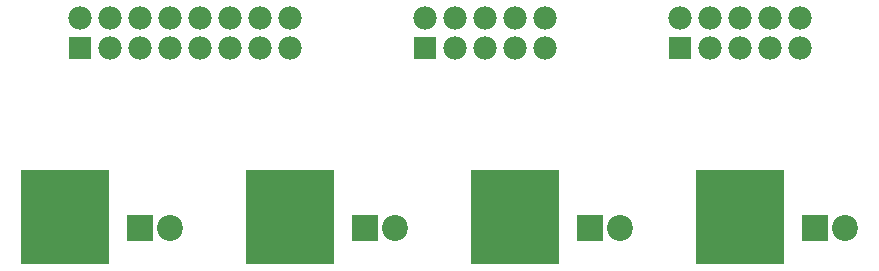
<source format=gbr>
G04 #@! TF.FileFunction,Soldermask,Bot*
%FSLAX46Y46*%
G04 Gerber Fmt 4.6, Leading zero omitted, Abs format (unit mm)*
G04 Created by KiCad (PCBNEW 4.0.5) date 02/09/17 20:34:02*
%MOMM*%
%LPD*%
G01*
G04 APERTURE LIST*
%ADD10C,0.100000*%
%ADD11R,2.200000X2.200000*%
%ADD12C,2.200000*%
%ADD13R,1.974800X1.974800*%
%ADD14C,1.974800*%
%ADD15R,7.512000X8.020000*%
G04 APERTURE END LIST*
D10*
D11*
X123190000Y-128270000D03*
D12*
X125730000Y-128270000D03*
D11*
X142240000Y-128270000D03*
D12*
X144780000Y-128270000D03*
D11*
X161290000Y-128270000D03*
D12*
X163830000Y-128270000D03*
D11*
X180340000Y-128270000D03*
D12*
X182880000Y-128270000D03*
D13*
X147320000Y-113030000D03*
D14*
X147320000Y-110490000D03*
X149860000Y-113030000D03*
X149860000Y-110490000D03*
X152400000Y-113030000D03*
X152400000Y-110490000D03*
X154940000Y-113030000D03*
X154940000Y-110490000D03*
X157480000Y-113030000D03*
X157480000Y-110490000D03*
D15*
X116840000Y-127381000D03*
X135890000Y-127381000D03*
D13*
X118110000Y-113030000D03*
D14*
X118110000Y-110490000D03*
X120650000Y-113030000D03*
X120650000Y-110490000D03*
X123190000Y-113030000D03*
X123190000Y-110490000D03*
X125730000Y-113030000D03*
X125730000Y-110490000D03*
X128270000Y-113030000D03*
X128270000Y-110490000D03*
X130810000Y-113030000D03*
X130810000Y-110490000D03*
X133350000Y-113030000D03*
X133350000Y-110490000D03*
X135890000Y-113030000D03*
X135890000Y-110490000D03*
D15*
X154940000Y-127381000D03*
X173990000Y-127381000D03*
D13*
X168910000Y-113030000D03*
D14*
X168910000Y-110490000D03*
X171450000Y-113030000D03*
X171450000Y-110490000D03*
X173990000Y-113030000D03*
X173990000Y-110490000D03*
X176530000Y-113030000D03*
X176530000Y-110490000D03*
X179070000Y-113030000D03*
X179070000Y-110490000D03*
M02*

</source>
